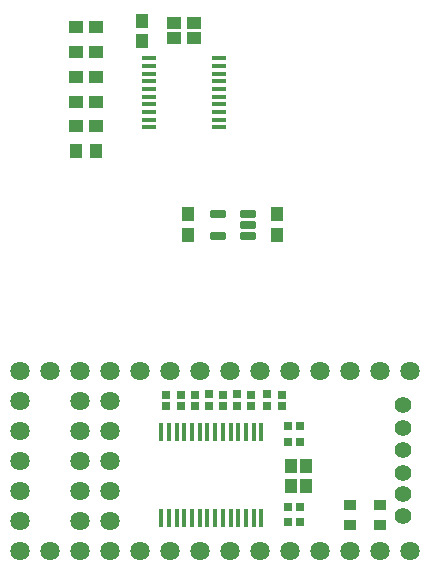
<source format=gbr>
G04 EAGLE Gerber RS-274X export*
G75*
%MOMM*%
%FSLAX34Y34*%
%LPD*%
%INSoldermask Bottom*%
%IPPOS*%
%AMOC8*
5,1,8,0,0,1.08239X$1,22.5*%
G01*
G04 Define Apertures*
%ADD10R,1.201600X1.101600*%
%ADD11R,1.101600X1.201600*%
%ADD12R,0.730700X0.661600*%
%ADD13R,0.661600X0.730700*%
%ADD14R,1.301600X0.451600*%
%ADD15R,0.449600X1.498600*%
%ADD16R,1.301600X1.101600*%
%ADD17R,1.101600X1.301600*%
%ADD18R,0.745600X0.636700*%
%ADD19C,0.394209*%
%ADD20C,1.631600*%
%ADD21R,1.075500X0.900300*%
%ADD22C,1.401600*%
D10*
X67500Y440000D03*
X84500Y440000D03*
D11*
X162000Y302500D03*
X162000Y285500D03*
D10*
X67500Y461000D03*
X84500Y461000D03*
D12*
X168000Y149846D03*
X168000Y140154D03*
X192000Y149846D03*
X192000Y140154D03*
D11*
X238000Y285500D03*
X238000Y302500D03*
D12*
X156000Y149846D03*
X156000Y140154D03*
X216000Y149846D03*
X216000Y140154D03*
X242000Y149846D03*
X242000Y140154D03*
D13*
X247154Y110000D03*
X256846Y110000D03*
X247154Y42000D03*
X256846Y42000D03*
D12*
X144000Y140154D03*
X144000Y149846D03*
D13*
X247154Y123000D03*
X256846Y123000D03*
X247154Y55000D03*
X256846Y55000D03*
D11*
X123000Y449500D03*
X123000Y466500D03*
D10*
X84500Y419000D03*
X67500Y419000D03*
X84500Y377000D03*
X67500Y377000D03*
X84500Y398000D03*
X67500Y398000D03*
D14*
X129300Y376250D03*
X129300Y382750D03*
X129300Y389250D03*
X129300Y395750D03*
X129300Y402250D03*
X129300Y408750D03*
X129300Y415250D03*
X129300Y421750D03*
X129300Y428250D03*
X129300Y434750D03*
X188700Y434750D03*
X188700Y428250D03*
X188700Y421750D03*
X188700Y415250D03*
X188700Y408750D03*
X188700Y402250D03*
X188700Y395750D03*
X188700Y389250D03*
X188700Y382750D03*
X188700Y376250D03*
D15*
X224250Y118560D03*
X217750Y118560D03*
X211250Y118560D03*
X204750Y118560D03*
X198250Y118560D03*
X191750Y118560D03*
X185250Y118560D03*
X172250Y118560D03*
X178750Y118560D03*
X165750Y118560D03*
X159250Y118560D03*
X152750Y118560D03*
X146250Y118560D03*
X139750Y118560D03*
X224250Y45440D03*
X217750Y45440D03*
X211250Y45440D03*
X204750Y45440D03*
X198250Y45440D03*
X191750Y45440D03*
X185250Y45440D03*
X178750Y45440D03*
X172250Y45440D03*
X165750Y45440D03*
X159250Y45440D03*
X152750Y45440D03*
X146250Y45440D03*
X139750Y45440D03*
D16*
X150500Y464500D03*
X167500Y464500D03*
X167500Y451500D03*
X150500Y451500D03*
D17*
X262500Y89500D03*
X262500Y72500D03*
X249500Y72500D03*
X249500Y89500D03*
D11*
X84500Y356000D03*
X67500Y356000D03*
D18*
X180000Y139925D03*
X180000Y150075D03*
X204000Y139925D03*
X204000Y150075D03*
X229000Y150075D03*
X229000Y139925D03*
D19*
X217137Y304987D02*
X207963Y304987D01*
X217137Y304987D02*
X217137Y302013D01*
X207963Y302013D01*
X207963Y304987D01*
X207963Y295487D02*
X217137Y295487D01*
X217137Y292513D01*
X207963Y292513D01*
X207963Y295487D01*
X207963Y285987D02*
X217137Y285987D01*
X217137Y283013D01*
X207963Y283013D01*
X207963Y285987D01*
X192037Y285987D02*
X182863Y285987D01*
X192037Y285987D02*
X192037Y283013D01*
X182863Y283013D01*
X182863Y285987D01*
X182863Y304987D02*
X192037Y304987D01*
X192037Y302013D01*
X182863Y302013D01*
X182863Y304987D01*
D20*
X19900Y170210D03*
X45300Y170210D03*
X70700Y170210D03*
X96100Y170210D03*
X121500Y170210D03*
X146900Y170210D03*
X172300Y170210D03*
X197700Y170210D03*
X223100Y170210D03*
X248500Y170210D03*
X273900Y170210D03*
X299300Y170210D03*
X324700Y170210D03*
X350100Y170210D03*
X19900Y17810D03*
X45300Y17810D03*
X70700Y17810D03*
X96100Y17810D03*
X121500Y17810D03*
X146900Y17810D03*
X172300Y17810D03*
X197700Y17810D03*
X223100Y17810D03*
X248500Y17810D03*
X273900Y17810D03*
X299300Y17810D03*
X324700Y17810D03*
X350100Y17810D03*
X19900Y144810D03*
X19900Y119410D03*
X19900Y94010D03*
X19900Y68610D03*
X19900Y43210D03*
X70700Y43210D03*
X96100Y43210D03*
X70700Y68610D03*
X96100Y68610D03*
X70700Y94010D03*
X96100Y94010D03*
X70700Y119410D03*
X96100Y119410D03*
X70700Y144810D03*
X96100Y144810D03*
D21*
X299000Y56152D03*
X299000Y39848D03*
X325000Y56152D03*
X325000Y39848D03*
D22*
X344000Y141000D03*
X344000Y122000D03*
X344000Y103000D03*
X344000Y84000D03*
X344000Y65476D03*
X344000Y47000D03*
M02*

</source>
